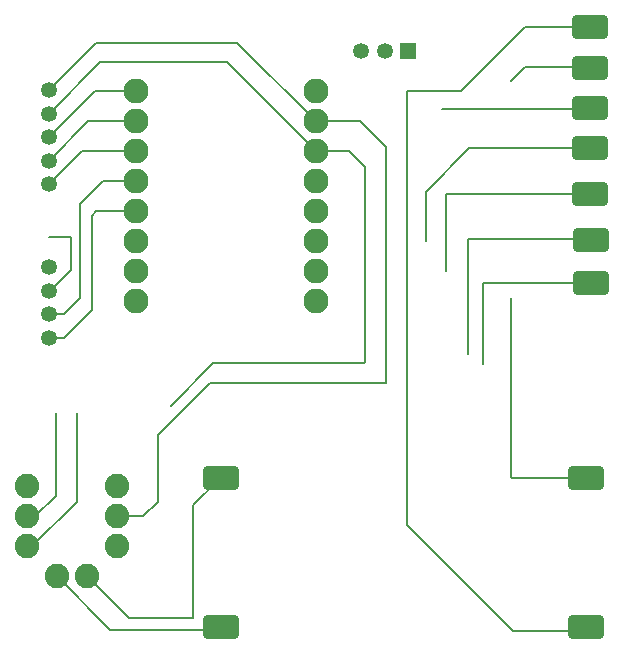
<source format=gbr>
%TF.GenerationSoftware,KiCad,Pcbnew,9.0.2*%
%TF.CreationDate,2025-06-04T23:53:16+09:00*%
%TF.ProjectId,__,78912e6b-6963-4616-945f-706362585858,rev?*%
%TF.SameCoordinates,Original*%
%TF.FileFunction,Soldermask,Top*%
%TF.FilePolarity,Negative*%
%FSLAX46Y46*%
G04 Gerber Fmt 4.6, Leading zero omitted, Abs format (unit mm)*
G04 Created by KiCad (PCBNEW 9.0.2) date 2025-06-04 23:53:16*
%MOMM*%
%LPD*%
G01*
G04 APERTURE LIST*
G04 Aperture macros list*
%AMRoundRect*
0 Rectangle with rounded corners*
0 $1 Rounding radius*
0 $2 $3 $4 $5 $6 $7 $8 $9 X,Y pos of 4 corners*
0 Add a 4 corners polygon primitive as box body*
4,1,4,$2,$3,$4,$5,$6,$7,$8,$9,$2,$3,0*
0 Add four circle primitives for the rounded corners*
1,1,$1+$1,$2,$3*
1,1,$1+$1,$4,$5*
1,1,$1+$1,$6,$7*
1,1,$1+$1,$8,$9*
0 Add four rect primitives between the rounded corners*
20,1,$1+$1,$2,$3,$4,$5,0*
20,1,$1+$1,$4,$5,$6,$7,0*
20,1,$1+$1,$6,$7,$8,$9,0*
20,1,$1+$1,$8,$9,$2,$3,0*%
G04 Aperture macros list end*
%ADD10RoundRect,0.300000X-1.200000X-0.700000X1.200000X-0.700000X1.200000X0.700000X-1.200000X0.700000X0*%
%ADD11R,1.350000X1.350000*%
%ADD12C,1.350000*%
%ADD13C,2.109000*%
%ADD14C,2.082800*%
%ADD15C,0.200000*%
G04 APERTURE END LIST*
D10*
%TO.C,*%
X52900000Y-5275000D03*
%TD*%
%TO.C,PAD*%
X52950000Y-15950000D03*
%TD*%
%TO.C,PAD*%
X52950000Y-12050000D03*
%TD*%
D11*
%TO.C,Sensors*%
X37525000Y-3900000D03*
D12*
X35525000Y-3900000D03*
X33525000Y-3900000D03*
%TD*%
D10*
%TO.C,*%
X53000000Y-19850000D03*
%TD*%
%TO.C,*%
X21650000Y-52600000D03*
%TD*%
%TO.C,*%
X52900000Y-1850000D03*
%TD*%
%TO.C,PAD*%
X53000000Y-23550000D03*
%TD*%
D12*
%TO.C,Button*%
X7080000Y-7160000D03*
X7080000Y-9160000D03*
X7080000Y-11160000D03*
X7080000Y-13160000D03*
X7080000Y-15160000D03*
%TD*%
D10*
%TO.C,PAD*%
X52550000Y-52600000D03*
%TD*%
D13*
%TO.C,ESP32-C3
SuperMini*%
X29700000Y-25040000D03*
X29700000Y-22500000D03*
X29700000Y-19960000D03*
X29700000Y-17420000D03*
X29700000Y-12340000D03*
X29700000Y-14880000D03*
X14460000Y-7260000D03*
X29700000Y-7260000D03*
X14460000Y-9800000D03*
X14460000Y-12340000D03*
X14460000Y-14880000D03*
X14460000Y-17420000D03*
X14460000Y-19960000D03*
X14460000Y-22500000D03*
X14460000Y-25040000D03*
X29700000Y-9800000D03*
%TD*%
D10*
%TO.C,*%
X21650000Y-40000000D03*
%TD*%
D12*
%TO.C,Display / I2C Bus*%
X7080000Y-22160000D03*
X7080000Y-24160000D03*
X7080000Y-26160000D03*
X7080000Y-28160000D03*
%TD*%
D10*
%TO.C,*%
X52900000Y-8700000D03*
%TD*%
%TO.C,*%
X52550000Y-40000000D03*
%TD*%
D14*
%TO.C,JP2*%
X5255000Y-45797673D03*
X5255000Y-43257673D03*
X5255000Y-40717673D03*
%TD*%
%TO.C,JP4*%
X12875000Y-45797673D03*
X12875000Y-43257673D03*
X12875000Y-40717673D03*
%TD*%
%TO.C,JP5*%
X7795000Y-48337673D03*
X10335000Y-48337673D03*
%TD*%
D15*
X35675000Y-12000000D02*
X33475000Y-9800000D01*
X33475000Y-9800000D02*
X29700000Y-9800000D01*
X35675000Y-31925000D02*
X35675000Y-12000000D01*
X43825000Y-23550000D02*
X52300000Y-23550000D01*
X43825000Y-30400000D02*
X43825000Y-23550000D01*
X33900000Y-13700000D02*
X33900000Y-30200000D01*
X32540000Y-12340000D02*
X33900000Y-13700000D01*
X21000000Y-30300000D02*
X17400000Y-33900000D01*
X12307327Y-52850000D02*
X7795000Y-48337673D01*
X29700000Y-12340000D02*
X22160000Y-4800000D01*
X33800000Y-30300000D02*
X21000000Y-30300000D01*
X29700000Y-12340000D02*
X32540000Y-12340000D01*
X21400000Y-52850000D02*
X12307327Y-52850000D01*
X7100000Y-19600000D02*
X9000000Y-19600000D01*
X22160000Y-4800000D02*
X11440000Y-4800000D01*
X9000000Y-19600000D02*
X9000000Y-22400000D01*
X21650000Y-52600000D02*
X21400000Y-52850000D01*
X11440000Y-4800000D02*
X7080000Y-9160000D01*
X9000000Y-22400000D02*
X7200000Y-24200000D01*
X5702327Y-45797673D02*
X9450000Y-42050000D01*
X7080000Y-26160000D02*
X8360000Y-26160000D01*
X8360000Y-26160000D02*
X9720000Y-24800000D01*
X9720000Y-24800000D02*
X9720000Y-16800000D01*
X11640000Y-14880000D02*
X14460000Y-14880000D01*
X9720000Y-16800000D02*
X11640000Y-14880000D01*
X9450000Y-42050000D02*
X9450000Y-34525000D01*
X15067327Y-43257673D02*
X16300000Y-42025000D01*
X20750000Y-31950000D02*
X35650000Y-31950000D01*
X16300000Y-42025000D02*
X16300000Y-36400000D01*
X16300000Y-36400000D02*
X20750000Y-31950000D01*
X46300000Y-40000000D02*
X51750000Y-40000000D01*
X19325000Y-42325000D02*
X19325000Y-51800000D01*
X11080000Y-3160000D02*
X23060000Y-3160000D01*
X46250000Y-6400000D02*
X47400000Y-5250000D01*
X47400000Y-5250000D02*
X51800000Y-5250000D01*
X21650000Y-40000000D02*
X19325000Y-42325000D01*
X19275000Y-51850000D02*
X13847327Y-51850000D01*
X12875000Y-43257673D02*
X15067327Y-43257673D01*
X7080000Y-7160000D02*
X11080000Y-3160000D01*
X46250000Y-24800000D02*
X46250000Y-39950000D01*
X13847327Y-51850000D02*
X10335000Y-48337673D01*
X29700000Y-9800000D02*
X23060000Y-3160000D01*
X11100000Y-17420000D02*
X14460000Y-17420000D01*
X10720000Y-17800000D02*
X11100000Y-17420000D01*
X10720000Y-25800000D02*
X10720000Y-17800000D01*
X7080000Y-28160000D02*
X8360000Y-28160000D01*
X7700000Y-41500000D02*
X7700000Y-34525000D01*
X5942327Y-43257673D02*
X7700000Y-41500000D01*
X8360000Y-28160000D02*
X10720000Y-25800000D01*
X42550000Y-29525000D02*
X42550000Y-19800000D01*
X42550000Y-19800000D02*
X52950000Y-19800000D01*
X40350000Y-8750000D02*
X52600000Y-8750000D01*
X42700000Y-12100000D02*
X52900000Y-12100000D01*
X39000000Y-15800000D02*
X42700000Y-12100000D01*
X51850000Y-11950000D02*
X51950000Y-11850000D01*
X52900000Y-12100000D02*
X52950000Y-12050000D01*
X39000000Y-19960000D02*
X39000000Y-15800000D01*
X53350000Y-15850000D02*
X53050000Y-15850000D01*
X40750000Y-15950000D02*
X52950000Y-15950000D01*
X53250000Y-15950000D02*
X53350000Y-15850000D01*
X40750000Y-22500000D02*
X40750000Y-15950000D01*
X53050000Y-15850000D02*
X52750000Y-16150000D01*
X37400000Y-44025000D02*
X37400000Y-7225000D01*
X52050000Y-52500000D02*
X52050000Y-52750000D01*
X47400000Y-1850000D02*
X52900000Y-1850000D01*
X42025000Y-7225000D02*
X47400000Y-1850000D01*
X37400000Y-7225000D02*
X42025000Y-7225000D01*
X46350000Y-52975000D02*
X37400000Y-44025000D01*
X46375000Y-53000000D02*
X51550000Y-53000000D01*
X9900000Y-12340000D02*
X14460000Y-12340000D01*
X7080000Y-15160000D02*
X9900000Y-12340000D01*
X10440000Y-9800000D02*
X14460000Y-9800000D01*
X7080000Y-13160000D02*
X10440000Y-9800000D01*
X7080000Y-11160000D02*
X10980000Y-7260000D01*
X10980000Y-7260000D02*
X14460000Y-7260000D01*
M02*

</source>
